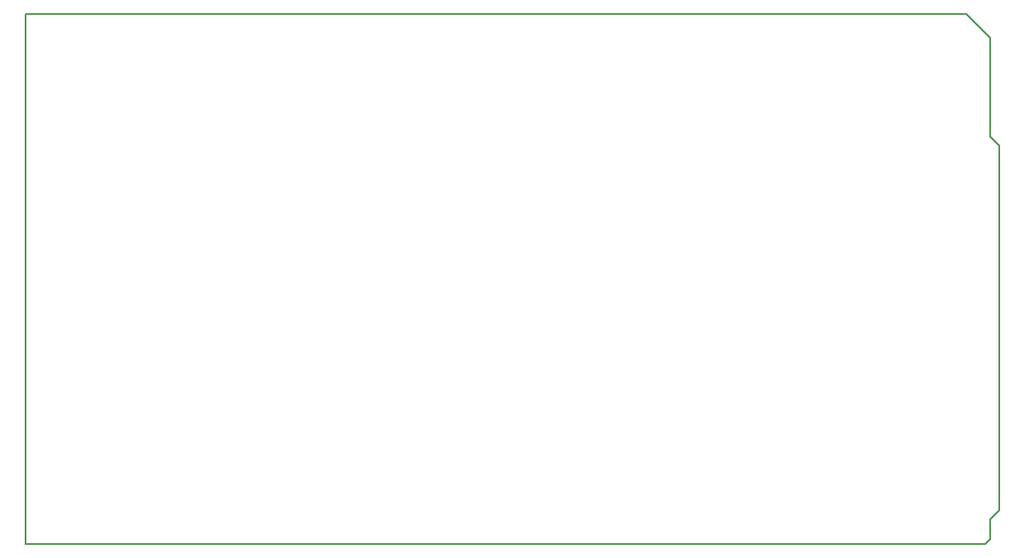
<source format=gko>
G04 Layer_Color=16711935*
%FSLAX44Y44*%
%MOMM*%
G71*
G01*
G75*
%ADD40C,0.2000*%
D40*
X0Y-12500D02*
Y532500D01*
X966100D01*
X990600Y508000D01*
Y406400D02*
Y508000D01*
Y406400D02*
X1000000Y397000D01*
Y22100D02*
Y397000D01*
X990600Y12700D02*
X1000000Y22100D01*
X990600Y-7620D02*
Y12700D01*
X985720Y-12500D02*
X990600Y-7620D01*
X0Y-12500D02*
X985720D01*
M02*

</source>
